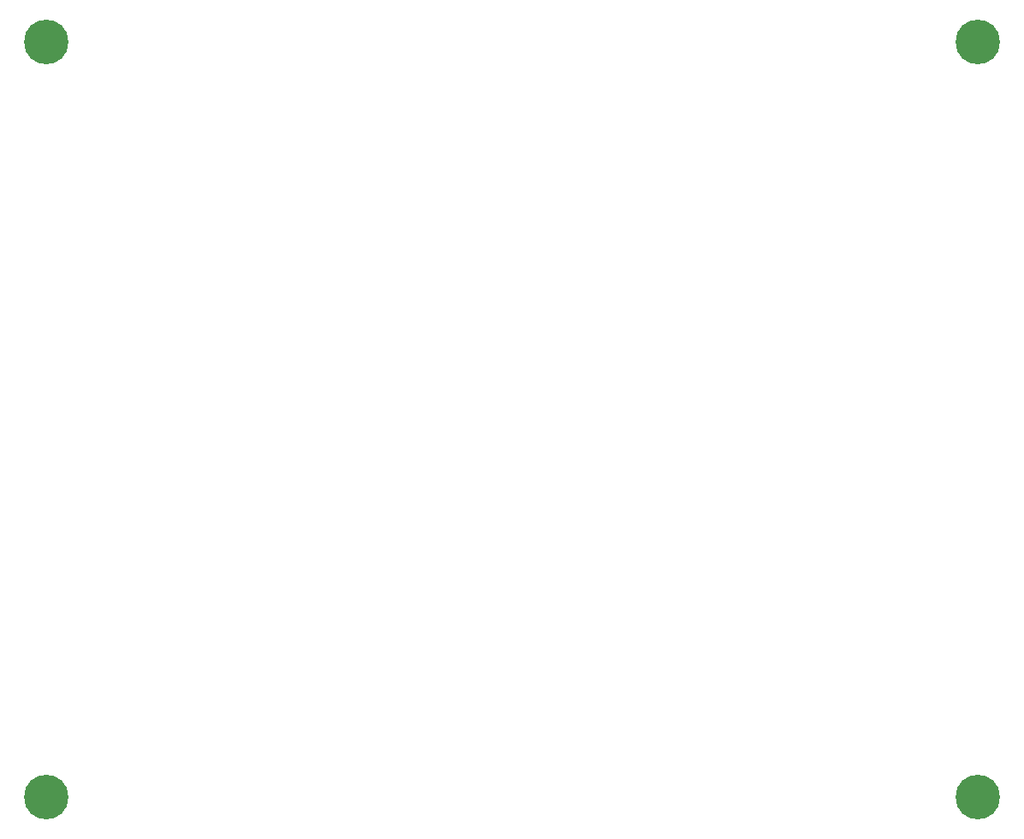
<source format=gtl>
G04 #@! TF.GenerationSoftware,KiCad,Pcbnew,(5.0.2)-1*
G04 #@! TF.CreationDate,2019-04-26T21:23:54-07:00*
G04 #@! TF.ProjectId,Summit Bottom,53756d6d-6974-4204-926f-74746f6d2e6b,rev?*
G04 #@! TF.SameCoordinates,Original*
G04 #@! TF.FileFunction,Copper,L1,Top*
G04 #@! TF.FilePolarity,Positive*
%FSLAX46Y46*%
G04 Gerber Fmt 4.6, Leading zero omitted, Abs format (unit mm)*
G04 Created by KiCad (PCBNEW (5.0.2)-1) date 4/26/2019 9:23:54 PM*
%MOMM*%
%LPD*%
G01*
G04 APERTURE LIST*
G04 #@! TA.AperFunction,ComponentPad*
%ADD10C,4.400000*%
G04 #@! TD*
G04 #@! TA.AperFunction,ComponentPad*
%ADD11C,0.700000*%
G04 #@! TD*
G04 APERTURE END LIST*
D10*
G04 #@! TO.P,REF\002A\002A,1*
G04 #@! TO.N,N/C*
X39687500Y-36512500D03*
D11*
X41337500Y-36512500D03*
X40854226Y-37679226D03*
X39687500Y-38162500D03*
X38520774Y-37679226D03*
X38037500Y-36512500D03*
X38520774Y-35345774D03*
X39687500Y-34862500D03*
X40854226Y-35345774D03*
G04 #@! TD*
D10*
G04 #@! TO.P,REF\002A\002A,1*
G04 #@! TO.N,N/C*
X131762500Y-36512500D03*
D11*
X133412500Y-36512500D03*
X132929226Y-37679226D03*
X131762500Y-38162500D03*
X130595774Y-37679226D03*
X130112500Y-36512500D03*
X130595774Y-35345774D03*
X131762500Y-34862500D03*
X132929226Y-35345774D03*
G04 #@! TD*
D10*
G04 #@! TO.P,REF\002A\002A,1*
G04 #@! TO.N,N/C*
X131762500Y-111125000D03*
D11*
X133412500Y-111125000D03*
X132929226Y-112291726D03*
X131762500Y-112775000D03*
X130595774Y-112291726D03*
X130112500Y-111125000D03*
X130595774Y-109958274D03*
X131762500Y-109475000D03*
X132929226Y-109958274D03*
G04 #@! TD*
D10*
G04 #@! TO.P,REF\002A\002A,1*
G04 #@! TO.N,N/C*
X39687500Y-111125000D03*
D11*
X41337500Y-111125000D03*
X40854226Y-112291726D03*
X39687500Y-112775000D03*
X38520774Y-112291726D03*
X38037500Y-111125000D03*
X38520774Y-109958274D03*
X39687500Y-109475000D03*
X40854226Y-109958274D03*
G04 #@! TD*
M02*

</source>
